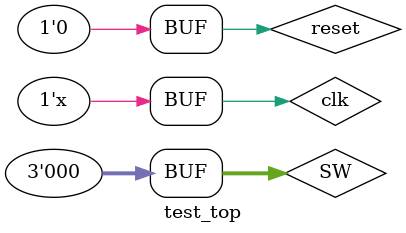
<source format=v>
`timescale 1ns / 1ps


module test_top;

	// Inputs
	reg clk;
	reg reset;
	reg [2:0] SW;

	// Outputs
	wire [3:0] LED;

	// Instantiate the Unit Under Test (UUT)
	Top uut (
		.clk(clk), 
		.reset(reset), 
		.SW(SW), 
		.LED(LED)
	);
	always #10 clk = ~clk;
	initial begin
		// Initialize Inputs
		clk = 0;
		reset = 1;
		SW = 0;

		// Wait 100 ns for global reset to finish
		#125;
      reset = 0;  
		// Add stimulus here

	end
      
endmodule


</source>
